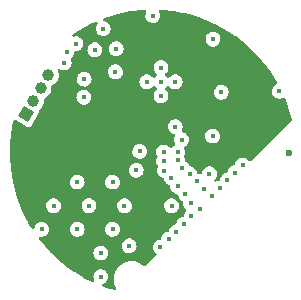
<source format=gbr>
%TF.GenerationSoftware,KiCad,Pcbnew,(6.0.4)*%
%TF.CreationDate,2022-11-09T14:01:57+01:00*%
%TF.ProjectId,cockTag,636f636b-5461-4672-9e6b-696361645f70,rev?*%
%TF.SameCoordinates,Original*%
%TF.FileFunction,Copper,L3,Inr*%
%TF.FilePolarity,Positive*%
%FSLAX46Y46*%
G04 Gerber Fmt 4.6, Leading zero omitted, Abs format (unit mm)*
G04 Created by KiCad (PCBNEW (6.0.4)) date 2022-11-09 14:01:57*
%MOMM*%
%LPD*%
G01*
G04 APERTURE LIST*
G04 Aperture macros list*
%AMHorizOval*
0 Thick line with rounded ends*
0 $1 width*
0 $2 $3 position (X,Y) of the first rounded end (center of the circle)*
0 $4 $5 position (X,Y) of the second rounded end (center of the circle)*
0 Add line between two ends*
20,1,$1,$2,$3,$4,$5,0*
0 Add two circle primitives to create the rounded ends*
1,1,$1,$2,$3*
1,1,$1,$4,$5*%
%AMRotRect*
0 Rectangle, with rotation*
0 The origin of the aperture is its center*
0 $1 length*
0 $2 width*
0 $3 Rotation angle, in degrees counterclockwise*
0 Add horizontal line*
21,1,$1,$2,0,0,$3*%
G04 Aperture macros list end*
%TA.AperFunction,ComponentPad*%
%ADD10RotRect,1.000000X1.000000X150.000000*%
%TD*%
%TA.AperFunction,ComponentPad*%
%ADD11HorizOval,1.000000X0.000000X0.000000X0.000000X0.000000X0*%
%TD*%
%TA.AperFunction,ViaPad*%
%ADD12C,0.450000*%
%TD*%
%TA.AperFunction,ViaPad*%
%ADD13C,0.600000*%
%TD*%
G04 APERTURE END LIST*
D10*
%TO.N,GND*%
%TO.C,J1*%
X139450000Y-96745449D03*
D11*
%TO.N,SWDCLK*%
X140085000Y-95645597D03*
%TO.N,SWDIO*%
X140720000Y-94545744D03*
%TO.N,BOOT*%
X141355000Y-93445892D03*
%TD*%
D12*
%TO.N,GND*%
X151800000Y-104500000D03*
X151175000Y-101525000D03*
X153331910Y-101793192D03*
X156000000Y-94900000D03*
X150850000Y-108000000D03*
X155000000Y-101800000D03*
X145800000Y-110500000D03*
X146800000Y-106500000D03*
X154575000Y-103050000D03*
X145299702Y-91300130D03*
X155275500Y-98600000D03*
X146000000Y-89500000D03*
X152650000Y-98900000D03*
X150200000Y-88400000D03*
X143700000Y-90800000D03*
X154186058Y-104738942D03*
X151124459Y-100725000D03*
X152200000Y-106700000D03*
X150900000Y-95200000D03*
X148200000Y-107900000D03*
X153400000Y-104300000D03*
X150900000Y-92800000D03*
X148800000Y-101500000D03*
X141800000Y-104500000D03*
X149100000Y-99900000D03*
X153475000Y-105400000D03*
X151124459Y-99950000D03*
X157800000Y-101050000D03*
X152825000Y-106050000D03*
X155226422Y-103673558D03*
X144385816Y-93782565D03*
X152100000Y-97800000D03*
X149700000Y-94000000D03*
X147100000Y-91200000D03*
X145800000Y-108500000D03*
X152325000Y-99950000D03*
X152100000Y-94000000D03*
X144800000Y-104500000D03*
X147800000Y-104500000D03*
X152325541Y-100650000D03*
X156525000Y-102350000D03*
X152300000Y-102850000D03*
X151775000Y-102125000D03*
X152675000Y-101325000D03*
X157150000Y-101700000D03*
X155875000Y-103000000D03*
X146800000Y-102500000D03*
X152943130Y-103481870D03*
X153969370Y-102430630D03*
X144370000Y-95330000D03*
X151550000Y-107350000D03*
X160900000Y-94800000D03*
X150900000Y-94000000D03*
X140800000Y-106500000D03*
X155300000Y-90400000D03*
X142700000Y-92400000D03*
X143800000Y-102500000D03*
X143800000Y-106500000D03*
%TO.N,VCC*%
X148400000Y-89800000D03*
D13*
X139600000Y-99200000D03*
X161700000Y-100000000D03*
D12*
X144600000Y-90300000D03*
X143262289Y-93620533D03*
X160182886Y-98461746D03*
X153350000Y-89750000D03*
%TO.N,GYRO_INT*%
X147038691Y-93152422D03*
X142900000Y-91500000D03*
%TD*%
%TA.AperFunction,Conductor*%
%TO.N,VCC*%
G36*
X150906895Y-87922531D02*
G01*
X150956228Y-87924254D01*
X150963233Y-87924694D01*
X151296182Y-87954995D01*
X151629121Y-87985295D01*
X151636107Y-87986128D01*
X152039023Y-88045625D01*
X152297586Y-88083807D01*
X152304494Y-88085025D01*
X152784746Y-88183606D01*
X152959472Y-88219472D01*
X152966322Y-88221078D01*
X153612793Y-88391884D01*
X153619543Y-88393871D01*
X154255441Y-88600486D01*
X154262070Y-88602846D01*
X154885472Y-88844648D01*
X154891958Y-88847375D01*
X155226083Y-88998940D01*
X155500874Y-89123590D01*
X155507173Y-89126662D01*
X156099744Y-89436451D01*
X156105870Y-89439874D01*
X156680210Y-89782250D01*
X156686150Y-89786020D01*
X157040185Y-90024819D01*
X157165480Y-90109331D01*
X157240481Y-90159920D01*
X157246199Y-90164014D01*
X157762044Y-90555561D01*
X157778787Y-90568270D01*
X157784268Y-90572676D01*
X158293473Y-91006044D01*
X158298684Y-91010736D01*
X158782914Y-91471862D01*
X158787854Y-91476837D01*
X159245581Y-91964267D01*
X159250236Y-91969510D01*
X159486293Y-92250831D01*
X159680040Y-92481730D01*
X159684410Y-92487244D01*
X160084938Y-93022641D01*
X160088994Y-93028391D01*
X160182879Y-93169699D01*
X160458541Y-93584603D01*
X160459007Y-93585305D01*
X160462731Y-93591264D01*
X160710472Y-94013528D01*
X160724386Y-94037243D01*
X160741605Y-94106119D01*
X160718853Y-94173372D01*
X160673499Y-94212969D01*
X160635222Y-94232725D01*
X160553560Y-94274874D01*
X160545835Y-94278861D01*
X160540113Y-94283853D01*
X160540111Y-94283854D01*
X160437474Y-94373390D01*
X160437471Y-94373393D01*
X160431749Y-94378385D01*
X160427382Y-94384599D01*
X160353610Y-94489566D01*
X160344696Y-94502249D01*
X160289702Y-94643302D01*
X160283250Y-94692306D01*
X160271100Y-94784599D01*
X160269941Y-94793402D01*
X160286554Y-94943883D01*
X160338582Y-95086057D01*
X160342819Y-95092363D01*
X160342821Y-95092366D01*
X160356943Y-95113381D01*
X160423022Y-95211716D01*
X160534998Y-95313607D01*
X160541675Y-95317232D01*
X160541676Y-95317233D01*
X160661370Y-95382222D01*
X160661372Y-95382223D01*
X160668047Y-95385847D01*
X160675396Y-95387775D01*
X160807136Y-95422336D01*
X160807138Y-95422336D01*
X160814486Y-95424264D01*
X160894562Y-95425522D01*
X160958266Y-95426523D01*
X160958269Y-95426523D01*
X160965863Y-95426642D01*
X161113437Y-95392843D01*
X161120223Y-95389430D01*
X161120226Y-95389429D01*
X161219091Y-95339706D01*
X161288935Y-95326968D01*
X161354579Y-95354012D01*
X161393492Y-95407528D01*
X161625230Y-96017583D01*
X161627544Y-96024227D01*
X161692957Y-96230435D01*
X161827956Y-96656002D01*
X161829725Y-96661580D01*
X161831664Y-96668344D01*
X161966079Y-97191857D01*
X161963647Y-97262812D01*
X161933005Y-97312414D01*
X158568488Y-100667281D01*
X158513919Y-100721693D01*
X158451558Y-100755629D01*
X158380750Y-100750462D01*
X158321112Y-100703837D01*
X158276942Y-100639569D01*
X158276938Y-100639564D01*
X158272640Y-100633311D01*
X158159603Y-100532599D01*
X158152897Y-100529048D01*
X158152895Y-100529047D01*
X158085383Y-100493302D01*
X158025805Y-100461757D01*
X157878972Y-100424874D01*
X157871374Y-100424834D01*
X157871372Y-100424834D01*
X157806775Y-100424496D01*
X157727579Y-100424082D01*
X157720200Y-100425854D01*
X157720196Y-100425854D01*
X157587746Y-100457652D01*
X157587742Y-100457653D01*
X157580367Y-100459424D01*
X157512335Y-100494538D01*
X157454742Y-100524264D01*
X157445835Y-100528861D01*
X157440113Y-100533853D01*
X157440111Y-100533854D01*
X157337474Y-100623390D01*
X157337471Y-100623393D01*
X157331749Y-100628385D01*
X157244696Y-100752249D01*
X157189702Y-100893302D01*
X157184074Y-100936057D01*
X157179972Y-100967212D01*
X157151250Y-101032140D01*
X157091985Y-101071232D01*
X157078348Y-101074086D01*
X157077579Y-101074082D01*
X157039137Y-101083311D01*
X156937746Y-101107652D01*
X156937742Y-101107653D01*
X156930367Y-101109424D01*
X156923622Y-101112905D01*
X156923623Y-101112905D01*
X156803560Y-101174874D01*
X156795835Y-101178861D01*
X156790113Y-101183853D01*
X156790111Y-101183854D01*
X156687474Y-101273390D01*
X156687471Y-101273393D01*
X156681749Y-101278385D01*
X156664758Y-101302561D01*
X156603610Y-101389566D01*
X156594696Y-101402249D01*
X156539702Y-101543302D01*
X156538711Y-101550831D01*
X156529272Y-101622526D01*
X156500550Y-101687453D01*
X156441284Y-101726545D01*
X156433764Y-101728599D01*
X156312746Y-101757652D01*
X156312742Y-101757653D01*
X156305367Y-101759424D01*
X156170835Y-101828861D01*
X156165113Y-101833853D01*
X156165111Y-101833854D01*
X156062474Y-101923390D01*
X156062471Y-101923393D01*
X156056749Y-101928385D01*
X156032365Y-101963080D01*
X155977537Y-102041093D01*
X155969696Y-102052249D01*
X155914702Y-102193302D01*
X155905746Y-102261334D01*
X155904972Y-102267212D01*
X155876250Y-102332140D01*
X155816985Y-102371232D01*
X155803348Y-102374086D01*
X155802579Y-102374082D01*
X155773901Y-102380967D01*
X155662746Y-102407652D01*
X155662742Y-102407653D01*
X155655367Y-102409424D01*
X155597636Y-102439221D01*
X155527930Y-102452690D01*
X155462007Y-102426335D01*
X155420797Y-102368523D01*
X155417384Y-102297608D01*
X155453977Y-102238018D01*
X155452892Y-102237020D01*
X155458005Y-102231460D01*
X155458012Y-102231448D01*
X155458029Y-102231433D01*
X155458031Y-102231431D01*
X155463810Y-102226495D01*
X155535648Y-102126523D01*
X155547724Y-102109718D01*
X155547725Y-102109717D01*
X155552156Y-102103550D01*
X155608624Y-101963080D01*
X155629956Y-101813196D01*
X155630094Y-101800000D01*
X155611906Y-101649701D01*
X155606649Y-101635790D01*
X155561076Y-101515182D01*
X155561075Y-101515179D01*
X155558392Y-101508080D01*
X155490523Y-101409331D01*
X155476939Y-101389566D01*
X155472640Y-101383311D01*
X155359603Y-101282599D01*
X155352897Y-101279048D01*
X155352895Y-101279047D01*
X155235146Y-101216703D01*
X155225805Y-101211757D01*
X155078972Y-101174874D01*
X155071374Y-101174834D01*
X155071372Y-101174834D01*
X155006775Y-101174496D01*
X154927579Y-101174082D01*
X154920200Y-101175854D01*
X154920196Y-101175854D01*
X154787746Y-101207652D01*
X154787742Y-101207653D01*
X154780367Y-101209424D01*
X154645835Y-101278861D01*
X154640113Y-101283853D01*
X154640111Y-101283854D01*
X154537474Y-101373390D01*
X154537471Y-101373393D01*
X154531749Y-101378385D01*
X154516237Y-101400456D01*
X154449779Y-101495017D01*
X154444696Y-101502249D01*
X154389702Y-101643302D01*
X154378473Y-101728599D01*
X154376135Y-101746357D01*
X154347413Y-101811284D01*
X154288148Y-101850376D01*
X154217156Y-101851221D01*
X154206058Y-101847542D01*
X154201888Y-101845941D01*
X154195175Y-101842387D01*
X154048342Y-101805504D01*
X154048936Y-101803140D01*
X153994699Y-101779483D01*
X153955300Y-101720422D01*
X153950485Y-101698000D01*
X153946259Y-101663080D01*
X153943816Y-101642893D01*
X153896350Y-101517277D01*
X153892986Y-101508374D01*
X153892985Y-101508371D01*
X153890302Y-101501272D01*
X153804550Y-101376503D01*
X153691513Y-101275791D01*
X153684807Y-101272240D01*
X153684805Y-101272239D01*
X153613212Y-101234333D01*
X153557715Y-101204949D01*
X153410882Y-101168066D01*
X153403284Y-101168026D01*
X153403282Y-101168026D01*
X153370745Y-101167856D01*
X153302730Y-101147498D01*
X153256518Y-101093600D01*
X153253538Y-101086396D01*
X153252859Y-101084599D01*
X153233392Y-101033080D01*
X153147640Y-100908311D01*
X153034603Y-100807599D01*
X153027894Y-100804047D01*
X153027890Y-100804044D01*
X153020192Y-100799968D01*
X152969348Y-100750416D01*
X152953365Y-100681242D01*
X152954407Y-100670855D01*
X152954916Y-100667281D01*
X152954916Y-100667275D01*
X152955497Y-100663196D01*
X152955635Y-100650000D01*
X152953772Y-100634599D01*
X152946660Y-100575831D01*
X152937447Y-100499701D01*
X152883933Y-100358080D01*
X152882405Y-100355857D01*
X152868977Y-100288270D01*
X152877565Y-100252533D01*
X152930792Y-100120125D01*
X152933624Y-100113080D01*
X152954956Y-99963196D01*
X152955094Y-99950000D01*
X152936906Y-99799701D01*
X152883392Y-99658080D01*
X152879093Y-99651826D01*
X152879090Y-99651819D01*
X152875685Y-99646865D01*
X152853584Y-99579396D01*
X152871469Y-99510689D01*
X152922910Y-99462932D01*
X152991905Y-99428231D01*
X152998689Y-99424819D01*
X153113810Y-99326495D01*
X153202156Y-99203550D01*
X153258624Y-99063080D01*
X153279956Y-98913196D01*
X153280094Y-98900000D01*
X153261906Y-98749701D01*
X153256814Y-98736226D01*
X153211076Y-98615182D01*
X153211075Y-98615179D01*
X153208392Y-98608080D01*
X153198304Y-98593402D01*
X154645441Y-98593402D01*
X154662054Y-98743883D01*
X154714082Y-98886057D01*
X154718319Y-98892363D01*
X154718321Y-98892366D01*
X154735061Y-98917277D01*
X154798522Y-99011716D01*
X154910498Y-99113607D01*
X154917175Y-99117232D01*
X154917176Y-99117233D01*
X155036870Y-99182222D01*
X155036872Y-99182223D01*
X155043547Y-99185847D01*
X155050896Y-99187775D01*
X155182636Y-99222336D01*
X155182638Y-99222336D01*
X155189986Y-99224264D01*
X155270062Y-99225522D01*
X155333766Y-99226523D01*
X155333769Y-99226523D01*
X155341363Y-99226642D01*
X155488937Y-99192843D01*
X155569163Y-99152494D01*
X155617406Y-99128231D01*
X155617409Y-99128229D01*
X155624189Y-99124819D01*
X155739310Y-99026495D01*
X155827656Y-98903550D01*
X155884124Y-98763080D01*
X155905456Y-98613196D01*
X155905594Y-98600000D01*
X155887406Y-98449701D01*
X155833892Y-98308080D01*
X155748140Y-98183311D01*
X155635103Y-98082599D01*
X155628397Y-98079048D01*
X155628395Y-98079047D01*
X155568204Y-98047178D01*
X155501305Y-98011757D01*
X155354472Y-97974874D01*
X155346874Y-97974834D01*
X155346872Y-97974834D01*
X155282275Y-97974496D01*
X155203079Y-97974082D01*
X155195700Y-97975854D01*
X155195696Y-97975854D01*
X155063246Y-98007652D01*
X155063242Y-98007653D01*
X155055867Y-98009424D01*
X154921335Y-98078861D01*
X154915613Y-98083853D01*
X154915611Y-98083854D01*
X154812974Y-98173390D01*
X154812971Y-98173393D01*
X154807249Y-98178385D01*
X154802882Y-98184599D01*
X154763458Y-98240694D01*
X154720196Y-98302249D01*
X154665202Y-98443302D01*
X154660583Y-98478385D01*
X154649648Y-98561449D01*
X154645441Y-98593402D01*
X153198304Y-98593402D01*
X153122640Y-98483311D01*
X153032823Y-98403287D01*
X153015270Y-98387648D01*
X153015269Y-98387648D01*
X153009603Y-98382599D01*
X153002897Y-98379048D01*
X153002895Y-98379047D01*
X152886147Y-98317233D01*
X152875805Y-98311757D01*
X152868446Y-98309908D01*
X152868442Y-98309907D01*
X152736202Y-98276690D01*
X152675006Y-98240694D01*
X152642986Y-98177329D01*
X152650307Y-98106711D01*
X152651146Y-98104956D01*
X152652156Y-98103550D01*
X152653948Y-98099093D01*
X152653951Y-98099086D01*
X152705792Y-97970125D01*
X152708624Y-97963080D01*
X152729956Y-97813196D01*
X152730094Y-97800000D01*
X152729228Y-97792839D01*
X152712818Y-97657241D01*
X152711906Y-97649701D01*
X152658392Y-97508080D01*
X152572640Y-97383311D01*
X152459603Y-97282599D01*
X152452897Y-97279048D01*
X152452895Y-97279047D01*
X152392704Y-97247178D01*
X152325805Y-97211757D01*
X152178972Y-97174874D01*
X152171374Y-97174834D01*
X152171372Y-97174834D01*
X152106775Y-97174496D01*
X152027579Y-97174082D01*
X152020200Y-97175854D01*
X152020196Y-97175854D01*
X151887746Y-97207652D01*
X151887742Y-97207653D01*
X151880367Y-97209424D01*
X151745835Y-97278861D01*
X151740113Y-97283853D01*
X151740111Y-97283854D01*
X151637474Y-97373390D01*
X151637471Y-97373393D01*
X151631749Y-97378385D01*
X151544696Y-97502249D01*
X151489702Y-97643302D01*
X151469941Y-97793402D01*
X151486554Y-97943883D01*
X151538582Y-98086057D01*
X151542819Y-98092363D01*
X151542821Y-98092366D01*
X151552461Y-98106711D01*
X151623022Y-98211716D01*
X151734998Y-98313607D01*
X151741675Y-98317232D01*
X151741676Y-98317233D01*
X151861370Y-98382222D01*
X151861372Y-98382223D01*
X151868047Y-98385847D01*
X151875396Y-98387775D01*
X152014486Y-98424264D01*
X152013643Y-98427476D01*
X152064820Y-98450514D01*
X152103526Y-98510032D01*
X152103910Y-98581027D01*
X152096085Y-98600273D01*
X152094696Y-98602249D01*
X152039702Y-98743302D01*
X152019941Y-98893402D01*
X152036554Y-99043883D01*
X152088582Y-99186057D01*
X152100527Y-99203833D01*
X152121919Y-99271526D01*
X152103316Y-99340043D01*
X152053735Y-99386073D01*
X151988220Y-99419888D01*
X151970835Y-99428861D01*
X151965113Y-99433853D01*
X151965111Y-99433854D01*
X151862474Y-99523390D01*
X151862471Y-99523393D01*
X151856749Y-99528385D01*
X151852382Y-99534599D01*
X151852379Y-99534602D01*
X151828005Y-99569283D01*
X151772471Y-99613515D01*
X151701839Y-99620701D01*
X151638534Y-99588560D01*
X151621078Y-99568200D01*
X151601400Y-99539569D01*
X151597099Y-99533311D01*
X151484062Y-99432599D01*
X151477356Y-99429048D01*
X151477354Y-99429047D01*
X151382568Y-99378861D01*
X151350264Y-99361757D01*
X151203431Y-99324874D01*
X151195833Y-99324834D01*
X151195831Y-99324834D01*
X151131234Y-99324496D01*
X151052038Y-99324082D01*
X151044659Y-99325854D01*
X151044655Y-99325854D01*
X150912205Y-99357652D01*
X150912201Y-99357653D01*
X150904826Y-99359424D01*
X150770294Y-99428861D01*
X150764572Y-99433853D01*
X150764570Y-99433854D01*
X150661933Y-99523390D01*
X150661930Y-99523393D01*
X150656208Y-99528385D01*
X150651841Y-99534599D01*
X150596378Y-99613515D01*
X150569155Y-99652249D01*
X150514161Y-99793302D01*
X150513170Y-99800831D01*
X150498377Y-99913196D01*
X150494400Y-99943402D01*
X150511013Y-100093883D01*
X150563041Y-100236057D01*
X150567280Y-100242366D01*
X150567281Y-100242367D01*
X150583408Y-100266367D01*
X150604801Y-100334064D01*
X150586197Y-100402580D01*
X150581915Y-100409092D01*
X150573526Y-100421029D01*
X150573524Y-100421032D01*
X150569155Y-100427249D01*
X150514161Y-100568302D01*
X150513170Y-100575831D01*
X150496318Y-100703837D01*
X150494400Y-100718402D01*
X150511013Y-100868883D01*
X150563041Y-101011057D01*
X150617294Y-101091794D01*
X150638686Y-101159487D01*
X150623807Y-101221400D01*
X150619696Y-101227249D01*
X150564702Y-101368302D01*
X150561903Y-101389566D01*
X150546018Y-101510222D01*
X150544941Y-101518402D01*
X150561554Y-101668883D01*
X150613582Y-101811057D01*
X150617819Y-101817363D01*
X150617821Y-101817366D01*
X150628901Y-101833854D01*
X150698022Y-101936716D01*
X150809998Y-102038607D01*
X150816675Y-102042232D01*
X150816676Y-102042233D01*
X150936370Y-102107222D01*
X150936372Y-102107223D01*
X150943047Y-102110847D01*
X150950396Y-102112775D01*
X151066340Y-102143192D01*
X151127156Y-102179826D01*
X151158511Y-102243523D01*
X151159606Y-102251239D01*
X151161554Y-102268883D01*
X151164163Y-102276014D01*
X151164164Y-102276016D01*
X151177933Y-102313640D01*
X151213582Y-102411057D01*
X151217819Y-102417363D01*
X151217821Y-102417366D01*
X151236436Y-102445067D01*
X151298022Y-102536716D01*
X151409998Y-102638607D01*
X151416675Y-102642232D01*
X151416676Y-102642233D01*
X151536370Y-102707222D01*
X151536372Y-102707223D01*
X151543047Y-102710847D01*
X151550395Y-102712775D01*
X151550396Y-102712775D01*
X151576839Y-102719712D01*
X151637654Y-102756345D01*
X151669010Y-102820043D01*
X151670534Y-102838895D01*
X151669941Y-102843402D01*
X151686554Y-102993883D01*
X151738582Y-103136057D01*
X151742819Y-103142363D01*
X151742821Y-103142366D01*
X151762975Y-103172358D01*
X151823022Y-103261716D01*
X151934998Y-103363607D01*
X151941675Y-103367232D01*
X151941676Y-103367233D01*
X152061370Y-103432222D01*
X152061372Y-103432223D01*
X152068047Y-103435847D01*
X152075396Y-103437775D01*
X152207135Y-103472336D01*
X152207139Y-103472337D01*
X152214486Y-103474264D01*
X152218432Y-103474326D01*
X152281786Y-103502748D01*
X152320569Y-103562216D01*
X152325151Y-103584694D01*
X152329684Y-103625753D01*
X152381712Y-103767927D01*
X152385949Y-103774233D01*
X152385951Y-103774236D01*
X152424542Y-103831664D01*
X152466152Y-103893586D01*
X152578128Y-103995477D01*
X152584805Y-103999102D01*
X152584806Y-103999103D01*
X152711177Y-104067717D01*
X152710503Y-104068957D01*
X152760004Y-104107583D01*
X152783478Y-104174586D01*
X152782566Y-104197503D01*
X152779402Y-104221541D01*
X152769941Y-104293402D01*
X152786554Y-104443883D01*
X152838582Y-104586057D01*
X152842819Y-104592363D01*
X152842821Y-104592366D01*
X152872367Y-104636334D01*
X152923022Y-104711716D01*
X152928640Y-104716828D01*
X153009027Y-104789975D01*
X153045949Y-104850615D01*
X153044226Y-104921591D01*
X153015250Y-104965673D01*
X153017555Y-104967748D01*
X153012475Y-104973390D01*
X153006749Y-104978385D01*
X153002382Y-104984599D01*
X152926307Y-105092843D01*
X152919696Y-105102249D01*
X152864702Y-105243302D01*
X152863711Y-105250831D01*
X152854972Y-105317212D01*
X152826250Y-105382140D01*
X152766985Y-105421232D01*
X152753348Y-105424086D01*
X152752579Y-105424082D01*
X152694007Y-105438144D01*
X152612746Y-105457652D01*
X152612742Y-105457653D01*
X152605367Y-105459424D01*
X152470835Y-105528861D01*
X152465113Y-105533853D01*
X152465111Y-105533854D01*
X152362474Y-105623390D01*
X152362471Y-105623393D01*
X152356749Y-105628385D01*
X152269696Y-105752249D01*
X152214702Y-105893302D01*
X152212121Y-105912905D01*
X152204272Y-105972526D01*
X152175550Y-106037453D01*
X152116284Y-106076545D01*
X152108764Y-106078599D01*
X151987746Y-106107652D01*
X151987742Y-106107653D01*
X151980367Y-106109424D01*
X151845835Y-106178861D01*
X151840113Y-106183853D01*
X151840111Y-106183854D01*
X151737474Y-106273390D01*
X151737471Y-106273393D01*
X151731749Y-106278385D01*
X151644696Y-106402249D01*
X151589702Y-106543302D01*
X151588711Y-106550831D01*
X151579972Y-106617212D01*
X151551250Y-106682140D01*
X151491985Y-106721232D01*
X151478348Y-106724086D01*
X151477579Y-106724082D01*
X151419007Y-106738144D01*
X151337746Y-106757652D01*
X151337742Y-106757653D01*
X151330367Y-106759424D01*
X151195835Y-106828861D01*
X151190113Y-106833853D01*
X151190111Y-106833854D01*
X151087474Y-106923390D01*
X151087471Y-106923393D01*
X151081749Y-106928385D01*
X151077382Y-106934599D01*
X151017440Y-107019888D01*
X150994696Y-107052249D01*
X150939702Y-107193302D01*
X150938711Y-107200831D01*
X150930306Y-107264672D01*
X150901584Y-107329599D01*
X150842318Y-107368691D01*
X150804725Y-107374224D01*
X150802831Y-107374214D01*
X150777579Y-107374082D01*
X150770200Y-107375854D01*
X150770196Y-107375854D01*
X150637746Y-107407652D01*
X150637742Y-107407653D01*
X150630367Y-107409424D01*
X150495835Y-107478861D01*
X150490113Y-107483853D01*
X150490111Y-107483854D01*
X150387474Y-107573390D01*
X150387471Y-107573393D01*
X150381749Y-107578385D01*
X150294696Y-107702249D01*
X150239702Y-107843302D01*
X150235302Y-107876725D01*
X150221831Y-107979047D01*
X150219941Y-107993402D01*
X150236554Y-108143883D01*
X150288582Y-108286057D01*
X150292819Y-108292363D01*
X150292821Y-108292366D01*
X150305824Y-108311716D01*
X150373022Y-108411716D01*
X150484998Y-108513607D01*
X150489796Y-108516212D01*
X150533173Y-108571261D01*
X150539990Y-108641929D01*
X150505211Y-108707426D01*
X149604587Y-109605466D01*
X149542226Y-109639402D01*
X149471418Y-109634235D01*
X149428571Y-109607338D01*
X149347532Y-109529896D01*
X149319212Y-109510577D01*
X149147979Y-109393770D01*
X149147980Y-109393770D01*
X149143700Y-109390851D01*
X148992165Y-109320511D01*
X148924591Y-109289144D01*
X148924587Y-109289143D01*
X148919896Y-109286965D01*
X148682129Y-109221026D01*
X148676992Y-109220477D01*
X148484043Y-109199856D01*
X148484035Y-109199856D01*
X148480708Y-109199500D01*
X148337446Y-109199500D01*
X148334873Y-109199712D01*
X148334862Y-109199712D01*
X148159240Y-109214151D01*
X148159234Y-109214152D01*
X148154089Y-109214575D01*
X147914783Y-109274684D01*
X147688507Y-109373072D01*
X147481339Y-109507095D01*
X147477514Y-109510575D01*
X147477512Y-109510577D01*
X147456281Y-109529896D01*
X147298842Y-109673154D01*
X147295643Y-109677205D01*
X147295639Y-109677209D01*
X147149119Y-109862736D01*
X147149116Y-109862741D01*
X147145918Y-109866790D01*
X147143425Y-109871306D01*
X147143423Y-109871309D01*
X147031869Y-110073390D01*
X147026673Y-110082802D01*
X147024949Y-110087671D01*
X147024947Y-110087675D01*
X146971522Y-110238542D01*
X146944309Y-110315390D01*
X146943402Y-110320483D01*
X146943401Y-110320486D01*
X146909809Y-110509073D01*
X146901039Y-110558306D01*
X146900976Y-110563469D01*
X146899013Y-110724187D01*
X146898025Y-110805028D01*
X146935347Y-111048930D01*
X147012003Y-111283460D01*
X147014393Y-111288051D01*
X147111648Y-111474876D01*
X147125361Y-111544535D01*
X147099236Y-111610550D01*
X147041568Y-111651962D01*
X146966001Y-111654415D01*
X146625456Y-111559334D01*
X146618756Y-111557259D01*
X146079187Y-111373574D01*
X145985773Y-111341773D01*
X145979189Y-111339324D01*
X145976541Y-111338255D01*
X145973890Y-111337183D01*
X145918219Y-111293125D01*
X145895206Y-111225962D01*
X145912157Y-111157018D01*
X145963690Y-111108184D01*
X145992951Y-111097535D01*
X146006034Y-111094539D01*
X146006038Y-111094538D01*
X146013437Y-111092843D01*
X146100749Y-111048930D01*
X146141906Y-111028231D01*
X146141909Y-111028229D01*
X146148689Y-111024819D01*
X146263810Y-110926495D01*
X146352156Y-110803550D01*
X146408624Y-110663080D01*
X146429956Y-110513196D01*
X146430094Y-110500000D01*
X146427692Y-110480146D01*
X146412818Y-110357241D01*
X146411906Y-110349701D01*
X146358392Y-110208080D01*
X146272640Y-110083311D01*
X146159603Y-109982599D01*
X146152897Y-109979048D01*
X146152895Y-109979047D01*
X146092704Y-109947178D01*
X146025805Y-109911757D01*
X145878972Y-109874874D01*
X145871374Y-109874834D01*
X145871372Y-109874834D01*
X145806775Y-109874496D01*
X145727579Y-109874082D01*
X145720200Y-109875854D01*
X145720196Y-109875854D01*
X145587746Y-109907652D01*
X145587742Y-109907653D01*
X145580367Y-109909424D01*
X145445835Y-109978861D01*
X145440113Y-109983853D01*
X145440111Y-109983854D01*
X145337474Y-110073390D01*
X145337471Y-110073393D01*
X145331749Y-110078385D01*
X145244696Y-110202249D01*
X145189702Y-110343302D01*
X145169941Y-110493402D01*
X145186554Y-110643883D01*
X145238451Y-110785698D01*
X145238451Y-110785700D01*
X145238582Y-110786057D01*
X145238522Y-110786079D01*
X145250988Y-110852450D01*
X145224289Y-110918235D01*
X145166263Y-110959143D01*
X145095331Y-110962185D01*
X145071969Y-110953887D01*
X144982351Y-110911716D01*
X144747801Y-110801345D01*
X144741522Y-110798174D01*
X144738434Y-110796504D01*
X144504701Y-110670125D01*
X144153343Y-110480146D01*
X144147250Y-110476628D01*
X143577757Y-110126274D01*
X143571869Y-110122421D01*
X143022808Y-109740814D01*
X143017145Y-109736638D01*
X142490267Y-109324996D01*
X142484845Y-109320511D01*
X141981758Y-108880091D01*
X141976595Y-108875311D01*
X141586602Y-108493402D01*
X145169941Y-108493402D01*
X145186554Y-108643883D01*
X145238582Y-108786057D01*
X145242819Y-108792363D01*
X145242821Y-108792366D01*
X145271036Y-108834354D01*
X145323022Y-108911716D01*
X145434998Y-109013607D01*
X145441675Y-109017232D01*
X145441676Y-109017233D01*
X145561370Y-109082222D01*
X145561372Y-109082223D01*
X145568047Y-109085847D01*
X145575396Y-109087775D01*
X145707136Y-109122336D01*
X145707138Y-109122336D01*
X145714486Y-109124264D01*
X145794562Y-109125522D01*
X145858266Y-109126523D01*
X145858269Y-109126523D01*
X145865863Y-109126642D01*
X146013437Y-109092843D01*
X146080731Y-109058998D01*
X146141906Y-109028231D01*
X146141909Y-109028229D01*
X146148689Y-109024819D01*
X146263810Y-108926495D01*
X146352156Y-108803550D01*
X146408624Y-108663080D01*
X146429956Y-108513196D01*
X146430094Y-108500000D01*
X146428382Y-108485847D01*
X146419639Y-108413607D01*
X146411906Y-108349701D01*
X146358392Y-108208080D01*
X146272640Y-108083311D01*
X146159603Y-107982599D01*
X146152897Y-107979048D01*
X146152895Y-107979047D01*
X146092704Y-107947178D01*
X146025805Y-107911757D01*
X145952733Y-107893402D01*
X147569941Y-107893402D01*
X147586554Y-108043883D01*
X147638582Y-108186057D01*
X147642819Y-108192363D01*
X147642821Y-108192366D01*
X147658153Y-108215182D01*
X147723022Y-108311716D01*
X147834998Y-108413607D01*
X147841675Y-108417232D01*
X147841676Y-108417233D01*
X147961370Y-108482222D01*
X147961372Y-108482223D01*
X147968047Y-108485847D01*
X147975396Y-108487775D01*
X148107136Y-108522336D01*
X148107138Y-108522336D01*
X148114486Y-108524264D01*
X148194562Y-108525522D01*
X148258266Y-108526523D01*
X148258269Y-108526523D01*
X148265863Y-108526642D01*
X148413437Y-108492843D01*
X148480731Y-108458998D01*
X148541906Y-108428231D01*
X148541909Y-108428229D01*
X148548689Y-108424819D01*
X148663810Y-108326495D01*
X148728225Y-108236853D01*
X148747724Y-108209718D01*
X148747725Y-108209717D01*
X148752156Y-108203550D01*
X148801328Y-108081230D01*
X148805792Y-108070125D01*
X148808624Y-108063080D01*
X148829956Y-107913196D01*
X148830094Y-107900000D01*
X148827278Y-107876725D01*
X148822377Y-107836226D01*
X148811906Y-107749701D01*
X148806814Y-107736226D01*
X148761076Y-107615182D01*
X148761075Y-107615179D01*
X148758392Y-107608080D01*
X148672640Y-107483311D01*
X148559603Y-107382599D01*
X148552897Y-107379048D01*
X148552895Y-107379047D01*
X148459503Y-107329599D01*
X148425805Y-107311757D01*
X148278972Y-107274874D01*
X148271374Y-107274834D01*
X148271372Y-107274834D01*
X148206775Y-107274496D01*
X148127579Y-107274082D01*
X148120200Y-107275854D01*
X148120196Y-107275854D01*
X147987746Y-107307652D01*
X147987742Y-107307653D01*
X147980367Y-107309424D01*
X147941279Y-107329599D01*
X147855017Y-107374122D01*
X147845835Y-107378861D01*
X147840113Y-107383853D01*
X147840111Y-107383854D01*
X147737474Y-107473390D01*
X147737471Y-107473393D01*
X147731749Y-107478385D01*
X147727382Y-107484599D01*
X147657101Y-107584599D01*
X147644696Y-107602249D01*
X147589702Y-107743302D01*
X147588711Y-107750831D01*
X147572137Y-107876725D01*
X147569941Y-107893402D01*
X145952733Y-107893402D01*
X145878972Y-107874874D01*
X145871374Y-107874834D01*
X145871372Y-107874834D01*
X145806775Y-107874496D01*
X145727579Y-107874082D01*
X145720200Y-107875854D01*
X145720196Y-107875854D01*
X145587746Y-107907652D01*
X145587742Y-107907653D01*
X145580367Y-107909424D01*
X145445835Y-107978861D01*
X145440113Y-107983853D01*
X145440111Y-107983854D01*
X145337474Y-108073390D01*
X145337471Y-108073393D01*
X145331749Y-108078385D01*
X145244696Y-108202249D01*
X145189702Y-108343302D01*
X145188711Y-108350831D01*
X145170936Y-108485847D01*
X145169941Y-108493402D01*
X141586602Y-108493402D01*
X141498850Y-108407469D01*
X141493963Y-108402407D01*
X141043118Y-107908669D01*
X141038520Y-107903343D01*
X140615913Y-107385175D01*
X140611620Y-107379601D01*
X140565610Y-107316273D01*
X140541753Y-107249408D01*
X140557833Y-107180256D01*
X140608746Y-107130776D01*
X140678329Y-107116676D01*
X140699519Y-107120338D01*
X140707063Y-107122317D01*
X140714486Y-107124264D01*
X140794562Y-107125522D01*
X140858266Y-107126523D01*
X140858269Y-107126523D01*
X140865863Y-107126642D01*
X141013437Y-107092843D01*
X141094150Y-107052249D01*
X141141906Y-107028231D01*
X141141909Y-107028229D01*
X141148689Y-107024819D01*
X141263810Y-106926495D01*
X141352156Y-106803550D01*
X141408624Y-106663080D01*
X141429956Y-106513196D01*
X141430094Y-106500000D01*
X141429296Y-106493402D01*
X143169941Y-106493402D01*
X143186554Y-106643883D01*
X143238582Y-106786057D01*
X143242819Y-106792363D01*
X143242821Y-106792366D01*
X143272020Y-106835818D01*
X143323022Y-106911716D01*
X143434998Y-107013607D01*
X143441675Y-107017232D01*
X143441676Y-107017233D01*
X143561370Y-107082222D01*
X143561372Y-107082223D01*
X143568047Y-107085847D01*
X143575396Y-107087775D01*
X143707136Y-107122336D01*
X143707138Y-107122336D01*
X143714486Y-107124264D01*
X143794562Y-107125522D01*
X143858266Y-107126523D01*
X143858269Y-107126523D01*
X143865863Y-107126642D01*
X144013437Y-107092843D01*
X144094150Y-107052249D01*
X144141906Y-107028231D01*
X144141909Y-107028229D01*
X144148689Y-107024819D01*
X144263810Y-106926495D01*
X144352156Y-106803550D01*
X144408624Y-106663080D01*
X144429956Y-106513196D01*
X144430094Y-106500000D01*
X144429296Y-106493402D01*
X146169941Y-106493402D01*
X146186554Y-106643883D01*
X146238582Y-106786057D01*
X146242819Y-106792363D01*
X146242821Y-106792366D01*
X146272020Y-106835818D01*
X146323022Y-106911716D01*
X146434998Y-107013607D01*
X146441675Y-107017232D01*
X146441676Y-107017233D01*
X146561370Y-107082222D01*
X146561372Y-107082223D01*
X146568047Y-107085847D01*
X146575396Y-107087775D01*
X146707136Y-107122336D01*
X146707138Y-107122336D01*
X146714486Y-107124264D01*
X146794562Y-107125522D01*
X146858266Y-107126523D01*
X146858269Y-107126523D01*
X146865863Y-107126642D01*
X147013437Y-107092843D01*
X147094150Y-107052249D01*
X147141906Y-107028231D01*
X147141909Y-107028229D01*
X147148689Y-107024819D01*
X147263810Y-106926495D01*
X147352156Y-106803550D01*
X147408624Y-106663080D01*
X147429956Y-106513196D01*
X147430094Y-106500000D01*
X147427930Y-106482113D01*
X147418265Y-106402249D01*
X147411906Y-106349701D01*
X147358392Y-106208080D01*
X147272640Y-106083311D01*
X147159603Y-105982599D01*
X147152897Y-105979048D01*
X147152895Y-105979047D01*
X147092704Y-105947178D01*
X147025805Y-105911757D01*
X146878972Y-105874874D01*
X146871374Y-105874834D01*
X146871372Y-105874834D01*
X146806775Y-105874496D01*
X146727579Y-105874082D01*
X146720200Y-105875854D01*
X146720196Y-105875854D01*
X146587746Y-105907652D01*
X146587742Y-105907653D01*
X146580367Y-105909424D01*
X146445835Y-105978861D01*
X146440113Y-105983853D01*
X146440111Y-105983854D01*
X146337474Y-106073390D01*
X146337471Y-106073393D01*
X146331749Y-106078385D01*
X146244696Y-106202249D01*
X146189702Y-106343302D01*
X146188711Y-106350830D01*
X146188711Y-106350831D01*
X146176387Y-106444443D01*
X146169941Y-106493402D01*
X144429296Y-106493402D01*
X144427930Y-106482113D01*
X144418265Y-106402249D01*
X144411906Y-106349701D01*
X144358392Y-106208080D01*
X144272640Y-106083311D01*
X144159603Y-105982599D01*
X144152897Y-105979048D01*
X144152895Y-105979047D01*
X144092704Y-105947178D01*
X144025805Y-105911757D01*
X143878972Y-105874874D01*
X143871374Y-105874834D01*
X143871372Y-105874834D01*
X143806775Y-105874496D01*
X143727579Y-105874082D01*
X143720200Y-105875854D01*
X143720196Y-105875854D01*
X143587746Y-105907652D01*
X143587742Y-105907653D01*
X143580367Y-105909424D01*
X143445835Y-105978861D01*
X143440113Y-105983853D01*
X143440111Y-105983854D01*
X143337474Y-106073390D01*
X143337471Y-106073393D01*
X143331749Y-106078385D01*
X143244696Y-106202249D01*
X143189702Y-106343302D01*
X143188711Y-106350830D01*
X143188711Y-106350831D01*
X143176387Y-106444443D01*
X143169941Y-106493402D01*
X141429296Y-106493402D01*
X141427930Y-106482113D01*
X141418265Y-106402249D01*
X141411906Y-106349701D01*
X141358392Y-106208080D01*
X141272640Y-106083311D01*
X141159603Y-105982599D01*
X141152897Y-105979048D01*
X141152895Y-105979047D01*
X141092704Y-105947178D01*
X141025805Y-105911757D01*
X140878972Y-105874874D01*
X140871374Y-105874834D01*
X140871372Y-105874834D01*
X140806775Y-105874496D01*
X140727579Y-105874082D01*
X140720200Y-105875854D01*
X140720196Y-105875854D01*
X140587746Y-105907652D01*
X140587742Y-105907653D01*
X140580367Y-105909424D01*
X140445835Y-105978861D01*
X140440113Y-105983853D01*
X140440111Y-105983854D01*
X140337474Y-106073390D01*
X140337471Y-106073393D01*
X140331749Y-106078385D01*
X140244696Y-106202249D01*
X140189702Y-106343302D01*
X140188711Y-106350830D01*
X140185233Y-106377249D01*
X140156511Y-106442176D01*
X140097246Y-106481268D01*
X140026255Y-106482113D01*
X139966076Y-106444443D01*
X139954400Y-106429058D01*
X139852430Y-106270831D01*
X139848785Y-106264813D01*
X139557608Y-105752249D01*
X139518514Y-105683430D01*
X139515214Y-105677225D01*
X139494055Y-105634599D01*
X139217907Y-105078304D01*
X139214958Y-105071922D01*
X139149984Y-104920325D01*
X138967004Y-104493402D01*
X141169941Y-104493402D01*
X141186554Y-104643883D01*
X141238582Y-104786057D01*
X141242819Y-104792363D01*
X141242821Y-104792366D01*
X141257095Y-104813607D01*
X141323022Y-104911716D01*
X141434998Y-105013607D01*
X141441675Y-105017232D01*
X141441676Y-105017233D01*
X141561370Y-105082222D01*
X141561372Y-105082223D01*
X141568047Y-105085847D01*
X141575396Y-105087775D01*
X141707136Y-105122336D01*
X141707138Y-105122336D01*
X141714486Y-105124264D01*
X141794562Y-105125522D01*
X141858266Y-105126523D01*
X141858269Y-105126523D01*
X141865863Y-105126642D01*
X142013437Y-105092843D01*
X142080731Y-105058998D01*
X142141906Y-105028231D01*
X142141909Y-105028229D01*
X142148689Y-105024819D01*
X142263810Y-104926495D01*
X142352156Y-104803550D01*
X142408624Y-104663080D01*
X142429956Y-104513196D01*
X142430094Y-104500000D01*
X142429296Y-104493402D01*
X144169941Y-104493402D01*
X144186554Y-104643883D01*
X144238582Y-104786057D01*
X144242819Y-104792363D01*
X144242821Y-104792366D01*
X144257095Y-104813607D01*
X144323022Y-104911716D01*
X144434998Y-105013607D01*
X144441675Y-105017232D01*
X144441676Y-105017233D01*
X144561370Y-105082222D01*
X144561372Y-105082223D01*
X144568047Y-105085847D01*
X144575396Y-105087775D01*
X144707136Y-105122336D01*
X144707138Y-105122336D01*
X144714486Y-105124264D01*
X144794562Y-105125522D01*
X144858266Y-105126523D01*
X144858269Y-105126523D01*
X144865863Y-105126642D01*
X145013437Y-105092843D01*
X145080731Y-105058998D01*
X145141906Y-105028231D01*
X145141909Y-105028229D01*
X145148689Y-105024819D01*
X145263810Y-104926495D01*
X145352156Y-104803550D01*
X145408624Y-104663080D01*
X145429956Y-104513196D01*
X145430094Y-104500000D01*
X145429296Y-104493402D01*
X147169941Y-104493402D01*
X147186554Y-104643883D01*
X147238582Y-104786057D01*
X147242819Y-104792363D01*
X147242821Y-104792366D01*
X147257095Y-104813607D01*
X147323022Y-104911716D01*
X147434998Y-105013607D01*
X147441675Y-105017232D01*
X147441676Y-105017233D01*
X147561370Y-105082222D01*
X147561372Y-105082223D01*
X147568047Y-105085847D01*
X147575396Y-105087775D01*
X147707136Y-105122336D01*
X147707138Y-105122336D01*
X147714486Y-105124264D01*
X147794562Y-105125522D01*
X147858266Y-105126523D01*
X147858269Y-105126523D01*
X147865863Y-105126642D01*
X148013437Y-105092843D01*
X148080731Y-105058998D01*
X148141906Y-105028231D01*
X148141909Y-105028229D01*
X148148689Y-105024819D01*
X148263810Y-104926495D01*
X148352156Y-104803550D01*
X148408624Y-104663080D01*
X148429956Y-104513196D01*
X148430094Y-104500000D01*
X148429296Y-104493402D01*
X151169941Y-104493402D01*
X151186554Y-104643883D01*
X151238582Y-104786057D01*
X151242819Y-104792363D01*
X151242821Y-104792366D01*
X151257095Y-104813607D01*
X151323022Y-104911716D01*
X151434998Y-105013607D01*
X151441675Y-105017232D01*
X151441676Y-105017233D01*
X151561370Y-105082222D01*
X151561372Y-105082223D01*
X151568047Y-105085847D01*
X151575396Y-105087775D01*
X151707136Y-105122336D01*
X151707138Y-105122336D01*
X151714486Y-105124264D01*
X151794562Y-105125522D01*
X151858266Y-105126523D01*
X151858269Y-105126523D01*
X151865863Y-105126642D01*
X152013437Y-105092843D01*
X152080731Y-105058998D01*
X152141906Y-105028231D01*
X152141909Y-105028229D01*
X152148689Y-105024819D01*
X152263810Y-104926495D01*
X152352156Y-104803550D01*
X152408624Y-104663080D01*
X152429956Y-104513196D01*
X152430094Y-104500000D01*
X152411906Y-104349701D01*
X152393485Y-104300952D01*
X152361076Y-104215182D01*
X152361075Y-104215179D01*
X152358392Y-104208080D01*
X152272640Y-104083311D01*
X152159603Y-103982599D01*
X152152897Y-103979048D01*
X152152895Y-103979047D01*
X152092704Y-103947178D01*
X152025805Y-103911757D01*
X151878972Y-103874874D01*
X151871374Y-103874834D01*
X151871372Y-103874834D01*
X151806775Y-103874496D01*
X151727579Y-103874082D01*
X151720200Y-103875854D01*
X151720196Y-103875854D01*
X151587746Y-103907652D01*
X151587742Y-103907653D01*
X151580367Y-103909424D01*
X151573622Y-103912905D01*
X151573623Y-103912905D01*
X151483124Y-103959615D01*
X151445835Y-103978861D01*
X151440113Y-103983853D01*
X151440111Y-103983854D01*
X151337474Y-104073390D01*
X151337471Y-104073393D01*
X151331749Y-104078385D01*
X151311228Y-104107583D01*
X151278430Y-104154251D01*
X151244696Y-104202249D01*
X151189702Y-104343302D01*
X151188711Y-104350831D01*
X151175549Y-104450807D01*
X151169941Y-104493402D01*
X148429296Y-104493402D01*
X148411906Y-104349701D01*
X148393485Y-104300952D01*
X148361076Y-104215182D01*
X148361075Y-104215179D01*
X148358392Y-104208080D01*
X148272640Y-104083311D01*
X148159603Y-103982599D01*
X148152897Y-103979048D01*
X148152895Y-103979047D01*
X148092704Y-103947178D01*
X148025805Y-103911757D01*
X147878972Y-103874874D01*
X147871374Y-103874834D01*
X147871372Y-103874834D01*
X147806775Y-103874496D01*
X147727579Y-103874082D01*
X147720200Y-103875854D01*
X147720196Y-103875854D01*
X147587746Y-103907652D01*
X147587742Y-103907653D01*
X147580367Y-103909424D01*
X147573622Y-103912905D01*
X147573623Y-103912905D01*
X147483124Y-103959615D01*
X147445835Y-103978861D01*
X147440113Y-103983853D01*
X147440111Y-103983854D01*
X147337474Y-104073390D01*
X147337471Y-104073393D01*
X147331749Y-104078385D01*
X147311228Y-104107583D01*
X147278430Y-104154251D01*
X147244696Y-104202249D01*
X147189702Y-104343302D01*
X147188711Y-104350831D01*
X147175549Y-104450807D01*
X147169941Y-104493402D01*
X145429296Y-104493402D01*
X145411906Y-104349701D01*
X145393485Y-104300952D01*
X145361076Y-104215182D01*
X145361075Y-104215179D01*
X145358392Y-104208080D01*
X145272640Y-104083311D01*
X145159603Y-103982599D01*
X145152897Y-103979048D01*
X145152895Y-103979047D01*
X145092704Y-103947178D01*
X145025805Y-103911757D01*
X144878972Y-103874874D01*
X144871374Y-103874834D01*
X144871372Y-103874834D01*
X144806775Y-103874496D01*
X144727579Y-103874082D01*
X144720200Y-103875854D01*
X144720196Y-103875854D01*
X144587746Y-103907652D01*
X144587742Y-103907653D01*
X144580367Y-103909424D01*
X144573622Y-103912905D01*
X144573623Y-103912905D01*
X144483124Y-103959615D01*
X144445835Y-103978861D01*
X144440113Y-103983853D01*
X144440111Y-103983854D01*
X144337474Y-104073390D01*
X144337471Y-104073393D01*
X144331749Y-104078385D01*
X144311228Y-104107583D01*
X144278430Y-104154251D01*
X144244696Y-104202249D01*
X144189702Y-104343302D01*
X144188711Y-104350831D01*
X144175549Y-104450807D01*
X144169941Y-104493402D01*
X142429296Y-104493402D01*
X142411906Y-104349701D01*
X142393485Y-104300952D01*
X142361076Y-104215182D01*
X142361075Y-104215179D01*
X142358392Y-104208080D01*
X142272640Y-104083311D01*
X142159603Y-103982599D01*
X142152897Y-103979048D01*
X142152895Y-103979047D01*
X142092704Y-103947178D01*
X142025805Y-103911757D01*
X141878972Y-103874874D01*
X141871374Y-103874834D01*
X141871372Y-103874834D01*
X141806775Y-103874496D01*
X141727579Y-103874082D01*
X141720200Y-103875854D01*
X141720196Y-103875854D01*
X141587746Y-103907652D01*
X141587742Y-103907653D01*
X141580367Y-103909424D01*
X141573622Y-103912905D01*
X141573623Y-103912905D01*
X141483124Y-103959615D01*
X141445835Y-103978861D01*
X141440113Y-103983853D01*
X141440111Y-103983854D01*
X141337474Y-104073390D01*
X141337471Y-104073393D01*
X141331749Y-104078385D01*
X141311228Y-104107583D01*
X141278430Y-104154251D01*
X141244696Y-104202249D01*
X141189702Y-104343302D01*
X141188711Y-104350831D01*
X141175549Y-104450807D01*
X141169941Y-104493402D01*
X138967004Y-104493402D01*
X138951551Y-104457347D01*
X138948962Y-104450807D01*
X138720280Y-103822506D01*
X138718059Y-103815830D01*
X138524801Y-103175730D01*
X138522956Y-103168940D01*
X138365731Y-102519049D01*
X138364268Y-102512166D01*
X138360824Y-102493402D01*
X143169941Y-102493402D01*
X143186554Y-102643883D01*
X143238582Y-102786057D01*
X143242819Y-102792363D01*
X143242821Y-102792366D01*
X143281412Y-102849794D01*
X143323022Y-102911716D01*
X143434998Y-103013607D01*
X143441675Y-103017232D01*
X143441676Y-103017233D01*
X143561370Y-103082222D01*
X143561372Y-103082223D01*
X143568047Y-103085847D01*
X143575396Y-103087775D01*
X143707136Y-103122336D01*
X143707138Y-103122336D01*
X143714486Y-103124264D01*
X143794562Y-103125522D01*
X143858266Y-103126523D01*
X143858269Y-103126523D01*
X143865863Y-103126642D01*
X144013437Y-103092843D01*
X144080731Y-103058998D01*
X144141906Y-103028231D01*
X144141909Y-103028229D01*
X144148689Y-103024819D01*
X144263810Y-102926495D01*
X144328225Y-102836853D01*
X144347724Y-102809718D01*
X144347725Y-102809717D01*
X144352156Y-102803550D01*
X144408624Y-102663080D01*
X144429956Y-102513196D01*
X144430094Y-102500000D01*
X144429579Y-102495738D01*
X144429296Y-102493402D01*
X146169941Y-102493402D01*
X146186554Y-102643883D01*
X146238582Y-102786057D01*
X146242819Y-102792363D01*
X146242821Y-102792366D01*
X146281412Y-102849794D01*
X146323022Y-102911716D01*
X146434998Y-103013607D01*
X146441675Y-103017232D01*
X146441676Y-103017233D01*
X146561370Y-103082222D01*
X146561372Y-103082223D01*
X146568047Y-103085847D01*
X146575396Y-103087775D01*
X146707136Y-103122336D01*
X146707138Y-103122336D01*
X146714486Y-103124264D01*
X146794562Y-103125522D01*
X146858266Y-103126523D01*
X146858269Y-103126523D01*
X146865863Y-103126642D01*
X147013437Y-103092843D01*
X147080731Y-103058998D01*
X147141906Y-103028231D01*
X147141909Y-103028229D01*
X147148689Y-103024819D01*
X147263810Y-102926495D01*
X147328225Y-102836853D01*
X147347724Y-102809718D01*
X147347725Y-102809717D01*
X147352156Y-102803550D01*
X147408624Y-102663080D01*
X147429956Y-102513196D01*
X147430094Y-102500000D01*
X147429579Y-102495738D01*
X147420145Y-102417784D01*
X147411906Y-102349701D01*
X147395695Y-102306799D01*
X147361076Y-102215182D01*
X147361075Y-102215179D01*
X147358392Y-102208080D01*
X147272640Y-102083311D01*
X147201455Y-102019888D01*
X147165270Y-101987648D01*
X147165269Y-101987648D01*
X147159603Y-101982599D01*
X147152897Y-101979048D01*
X147152895Y-101979047D01*
X147086481Y-101943883D01*
X147025805Y-101911757D01*
X146878972Y-101874874D01*
X146871374Y-101874834D01*
X146871372Y-101874834D01*
X146806775Y-101874496D01*
X146727579Y-101874082D01*
X146720200Y-101875854D01*
X146720196Y-101875854D01*
X146587746Y-101907652D01*
X146587742Y-101907653D01*
X146580367Y-101909424D01*
X146543631Y-101928385D01*
X146454244Y-101974521D01*
X146445835Y-101978861D01*
X146440113Y-101983853D01*
X146440111Y-101983854D01*
X146337474Y-102073390D01*
X146337471Y-102073393D01*
X146331749Y-102078385D01*
X146244696Y-102202249D01*
X146189702Y-102343302D01*
X146186382Y-102368523D01*
X146178114Y-102431325D01*
X146169941Y-102493402D01*
X144429296Y-102493402D01*
X144420145Y-102417784D01*
X144411906Y-102349701D01*
X144395695Y-102306799D01*
X144361076Y-102215182D01*
X144361075Y-102215179D01*
X144358392Y-102208080D01*
X144272640Y-102083311D01*
X144201455Y-102019888D01*
X144165270Y-101987648D01*
X144165269Y-101987648D01*
X144159603Y-101982599D01*
X144152897Y-101979048D01*
X144152895Y-101979047D01*
X144086481Y-101943883D01*
X144025805Y-101911757D01*
X143878972Y-101874874D01*
X143871374Y-101874834D01*
X143871372Y-101874834D01*
X143806775Y-101874496D01*
X143727579Y-101874082D01*
X143720200Y-101875854D01*
X143720196Y-101875854D01*
X143587746Y-101907652D01*
X143587742Y-101907653D01*
X143580367Y-101909424D01*
X143543631Y-101928385D01*
X143454244Y-101974521D01*
X143445835Y-101978861D01*
X143440113Y-101983853D01*
X143440111Y-101983854D01*
X143337474Y-102073390D01*
X143337471Y-102073393D01*
X143331749Y-102078385D01*
X143244696Y-102202249D01*
X143189702Y-102343302D01*
X143186382Y-102368523D01*
X143178114Y-102431325D01*
X143169941Y-102493402D01*
X138360824Y-102493402D01*
X138253319Y-101907652D01*
X138243564Y-101854503D01*
X138242489Y-101847554D01*
X138242488Y-101847542D01*
X138197749Y-101493402D01*
X148169941Y-101493402D01*
X148186554Y-101643883D01*
X148238582Y-101786057D01*
X148242819Y-101792363D01*
X148242821Y-101792366D01*
X148275191Y-101840537D01*
X148323022Y-101911716D01*
X148434998Y-102013607D01*
X148441675Y-102017232D01*
X148441676Y-102017233D01*
X148561370Y-102082222D01*
X148561372Y-102082223D01*
X148568047Y-102085847D01*
X148575396Y-102087775D01*
X148707136Y-102122336D01*
X148707138Y-102122336D01*
X148714486Y-102124264D01*
X148794562Y-102125522D01*
X148858266Y-102126523D01*
X148858269Y-102126523D01*
X148865863Y-102126642D01*
X149013437Y-102092843D01*
X149094150Y-102052249D01*
X149141906Y-102028231D01*
X149141909Y-102028229D01*
X149148689Y-102024819D01*
X149263810Y-101926495D01*
X149345225Y-101813196D01*
X149347724Y-101809718D01*
X149347725Y-101809717D01*
X149352156Y-101803550D01*
X149408624Y-101663080D01*
X149429956Y-101513196D01*
X149430094Y-101500000D01*
X149426329Y-101468883D01*
X149418048Y-101400456D01*
X149411906Y-101349701D01*
X149367362Y-101231818D01*
X149361076Y-101215182D01*
X149361075Y-101215179D01*
X149358392Y-101208080D01*
X149289369Y-101107652D01*
X149276939Y-101089566D01*
X149272640Y-101083311D01*
X149159603Y-100982599D01*
X149152897Y-100979048D01*
X149152895Y-100979047D01*
X149071700Y-100936057D01*
X149025805Y-100911757D01*
X148878972Y-100874874D01*
X148871374Y-100874834D01*
X148871372Y-100874834D01*
X148806775Y-100874496D01*
X148727579Y-100874082D01*
X148720200Y-100875854D01*
X148720196Y-100875854D01*
X148587746Y-100907652D01*
X148587742Y-100907653D01*
X148580367Y-100909424D01*
X148498839Y-100951504D01*
X148468405Y-100967212D01*
X148445835Y-100978861D01*
X148440113Y-100983853D01*
X148440111Y-100983854D01*
X148337474Y-101073390D01*
X148337471Y-101073393D01*
X148331749Y-101078385D01*
X148307488Y-101112905D01*
X148257380Y-101184202D01*
X148244696Y-101202249D01*
X148189702Y-101343302D01*
X148184508Y-101382758D01*
X148181163Y-101408166D01*
X148169941Y-101493402D01*
X138197749Y-101493402D01*
X138183841Y-101383311D01*
X138158688Y-101184202D01*
X138158001Y-101177199D01*
X138111359Y-100510191D01*
X138111064Y-100503161D01*
X138102550Y-99893402D01*
X148469941Y-99893402D01*
X148486554Y-100043883D01*
X148538582Y-100186057D01*
X148542819Y-100192363D01*
X148542821Y-100192366D01*
X148567386Y-100228922D01*
X148623022Y-100311716D01*
X148734998Y-100413607D01*
X148741675Y-100417232D01*
X148741676Y-100417233D01*
X148861370Y-100482222D01*
X148861372Y-100482223D01*
X148868047Y-100485847D01*
X148875396Y-100487775D01*
X149007136Y-100522336D01*
X149007138Y-100522336D01*
X149014486Y-100524264D01*
X149094562Y-100525522D01*
X149158266Y-100526523D01*
X149158269Y-100526523D01*
X149165863Y-100526642D01*
X149313437Y-100492843D01*
X149383407Y-100457652D01*
X149441906Y-100428231D01*
X149441909Y-100428229D01*
X149448689Y-100424819D01*
X149563810Y-100326495D01*
X149652156Y-100203550D01*
X149708624Y-100063080D01*
X149729956Y-99913196D01*
X149730094Y-99900000D01*
X149711906Y-99749701D01*
X149677758Y-99659331D01*
X149661076Y-99615182D01*
X149661075Y-99615179D01*
X149658392Y-99608080D01*
X149572640Y-99483311D01*
X149459603Y-99382599D01*
X149452897Y-99379048D01*
X149452895Y-99379047D01*
X149362959Y-99331429D01*
X149325805Y-99311757D01*
X149178972Y-99274874D01*
X149171374Y-99274834D01*
X149171372Y-99274834D01*
X149106775Y-99274496D01*
X149027579Y-99274082D01*
X149020200Y-99275854D01*
X149020196Y-99275854D01*
X148887746Y-99307652D01*
X148887742Y-99307653D01*
X148880367Y-99309424D01*
X148846847Y-99326725D01*
X148772092Y-99365309D01*
X148745835Y-99378861D01*
X148740113Y-99383853D01*
X148740111Y-99383854D01*
X148637474Y-99473390D01*
X148637471Y-99473393D01*
X148631749Y-99478385D01*
X148607347Y-99513106D01*
X148554317Y-99588560D01*
X148544696Y-99602249D01*
X148489702Y-99743302D01*
X148488711Y-99750831D01*
X148478613Y-99827535D01*
X148469941Y-99893402D01*
X138102550Y-99893402D01*
X138101728Y-99834570D01*
X138101827Y-99827535D01*
X138129826Y-99159513D01*
X138130316Y-99152494D01*
X138195565Y-98487032D01*
X138196447Y-98480051D01*
X138298738Y-97819291D01*
X138300008Y-97812370D01*
X138394785Y-97366479D01*
X138428513Y-97304006D01*
X138490663Y-97269684D01*
X138561502Y-97274412D01*
X138581027Y-97283555D01*
X139460059Y-97791063D01*
X139483340Y-97800000D01*
X139539447Y-97821539D01*
X139539449Y-97821539D01*
X139548706Y-97825093D01*
X139558609Y-97825612D01*
X139665494Y-97831213D01*
X139675398Y-97831732D01*
X139684974Y-97829166D01*
X139684976Y-97829166D01*
X139788362Y-97801464D01*
X139788364Y-97801463D01*
X139797941Y-97798897D01*
X139904340Y-97729801D01*
X139964096Y-97656008D01*
X139967738Y-97649701D01*
X140493137Y-96739680D01*
X140495614Y-96735390D01*
X140522664Y-96664926D01*
X140526090Y-96656002D01*
X140526090Y-96656000D01*
X140529644Y-96646743D01*
X140536283Y-96520051D01*
X140533726Y-96510509D01*
X140546497Y-96440690D01*
X140584972Y-96395425D01*
X140685532Y-96322364D01*
X140690871Y-96318485D01*
X140817533Y-96177813D01*
X140912179Y-96013881D01*
X140970674Y-95833853D01*
X140971445Y-95826523D01*
X140989770Y-95652162D01*
X140990460Y-95645597D01*
X140976479Y-95512574D01*
X140989251Y-95442736D01*
X141037753Y-95390889D01*
X141050524Y-95384305D01*
X141172730Y-95329895D01*
X141181667Y-95323402D01*
X143739941Y-95323402D01*
X143756554Y-95473883D01*
X143808582Y-95616057D01*
X143812819Y-95622363D01*
X143812821Y-95622366D01*
X143845192Y-95670538D01*
X143893022Y-95741716D01*
X144004998Y-95843607D01*
X144011675Y-95847232D01*
X144011676Y-95847233D01*
X144131370Y-95912222D01*
X144131372Y-95912223D01*
X144138047Y-95915847D01*
X144145396Y-95917775D01*
X144277136Y-95952336D01*
X144277138Y-95952336D01*
X144284486Y-95954264D01*
X144364562Y-95955522D01*
X144428266Y-95956523D01*
X144428269Y-95956523D01*
X144435863Y-95956642D01*
X144583437Y-95922843D01*
X144661259Y-95883703D01*
X144711906Y-95858231D01*
X144711909Y-95858229D01*
X144718689Y-95854819D01*
X144833810Y-95756495D01*
X144922156Y-95633550D01*
X144978624Y-95493080D01*
X144999956Y-95343196D01*
X145000094Y-95330000D01*
X144997882Y-95311716D01*
X144987783Y-95228270D01*
X144981906Y-95179701D01*
X144945316Y-95082868D01*
X144931076Y-95045182D01*
X144931075Y-95045179D01*
X144928392Y-95038080D01*
X144842640Y-94913311D01*
X144729603Y-94812599D01*
X144722897Y-94809048D01*
X144722895Y-94809047D01*
X144625049Y-94757241D01*
X144595805Y-94741757D01*
X144448972Y-94704874D01*
X144441374Y-94704834D01*
X144441372Y-94704834D01*
X144376775Y-94704496D01*
X144297579Y-94704082D01*
X144290200Y-94705854D01*
X144290196Y-94705854D01*
X144157746Y-94737652D01*
X144157742Y-94737653D01*
X144150367Y-94739424D01*
X144015835Y-94808861D01*
X144010113Y-94813853D01*
X144010111Y-94813854D01*
X143907474Y-94903390D01*
X143907471Y-94903393D01*
X143901749Y-94908385D01*
X143814696Y-95032249D01*
X143759702Y-95173302D01*
X143756187Y-95200000D01*
X143741231Y-95313607D01*
X143739941Y-95323402D01*
X141181667Y-95323402D01*
X141192033Y-95315871D01*
X141320532Y-95222511D01*
X141325871Y-95218632D01*
X141332099Y-95211716D01*
X141448114Y-95082868D01*
X141448115Y-95082867D01*
X141452533Y-95077960D01*
X141547179Y-94914028D01*
X141605674Y-94734000D01*
X141608740Y-94704834D01*
X141624770Y-94552309D01*
X141625460Y-94545744D01*
X141611479Y-94412721D01*
X141624251Y-94342884D01*
X141672753Y-94291037D01*
X141685524Y-94284453D01*
X141807730Y-94230043D01*
X141831231Y-94212969D01*
X141955532Y-94122659D01*
X141960871Y-94118780D01*
X142034288Y-94037243D01*
X142083114Y-93983016D01*
X142083115Y-93983015D01*
X142087533Y-93978108D01*
X142102208Y-93952690D01*
X142178875Y-93819899D01*
X142178876Y-93819898D01*
X142182179Y-93814176D01*
X142194594Y-93775967D01*
X143755757Y-93775967D01*
X143772370Y-93926448D01*
X143824398Y-94068622D01*
X143828635Y-94074928D01*
X143828637Y-94074931D01*
X143849595Y-94106119D01*
X143908838Y-94194281D01*
X144020814Y-94296172D01*
X144027491Y-94299797D01*
X144027492Y-94299798D01*
X144147186Y-94364787D01*
X144147188Y-94364788D01*
X144153863Y-94368412D01*
X144161212Y-94370340D01*
X144292952Y-94404901D01*
X144292954Y-94404901D01*
X144300302Y-94406829D01*
X144380378Y-94408087D01*
X144444082Y-94409088D01*
X144444085Y-94409088D01*
X144451679Y-94409207D01*
X144599253Y-94375408D01*
X144676578Y-94336518D01*
X144727722Y-94310796D01*
X144727725Y-94310794D01*
X144734505Y-94307384D01*
X144849626Y-94209060D01*
X144918023Y-94113877D01*
X144933540Y-94092283D01*
X144933541Y-94092282D01*
X144937972Y-94086115D01*
X144975242Y-93993402D01*
X149069941Y-93993402D01*
X149086554Y-94143883D01*
X149138582Y-94286057D01*
X149142819Y-94292363D01*
X149142821Y-94292366D01*
X149158761Y-94316087D01*
X149223022Y-94411716D01*
X149334998Y-94513607D01*
X149341675Y-94517232D01*
X149341676Y-94517233D01*
X149461370Y-94582222D01*
X149461372Y-94582223D01*
X149468047Y-94585847D01*
X149475396Y-94587775D01*
X149607136Y-94622336D01*
X149607138Y-94622336D01*
X149614486Y-94624264D01*
X149694562Y-94625522D01*
X149758266Y-94626523D01*
X149758269Y-94626523D01*
X149765863Y-94626642D01*
X149913437Y-94592843D01*
X149994031Y-94552309D01*
X150041906Y-94528231D01*
X150041909Y-94528229D01*
X150048689Y-94524819D01*
X150163810Y-94426495D01*
X150176319Y-94409088D01*
X150197102Y-94380165D01*
X150253097Y-94336518D01*
X150323800Y-94330072D01*
X150386764Y-94362875D01*
X150404005Y-94383416D01*
X150423022Y-94411716D01*
X150428640Y-94416828D01*
X150528425Y-94507626D01*
X150565347Y-94568266D01*
X150563624Y-94639242D01*
X150526456Y-94695766D01*
X150431749Y-94778385D01*
X150407703Y-94812599D01*
X150350914Y-94893402D01*
X150344696Y-94902249D01*
X150289702Y-95043302D01*
X150288711Y-95050831D01*
X150271745Y-95179701D01*
X150269941Y-95193402D01*
X150286554Y-95343883D01*
X150338582Y-95486057D01*
X150342819Y-95492363D01*
X150342821Y-95492366D01*
X150365774Y-95526523D01*
X150423022Y-95611716D01*
X150534998Y-95713607D01*
X150541675Y-95717232D01*
X150541676Y-95717233D01*
X150661370Y-95782222D01*
X150661372Y-95782223D01*
X150668047Y-95785847D01*
X150675396Y-95787775D01*
X150807136Y-95822336D01*
X150807138Y-95822336D01*
X150814486Y-95824264D01*
X150894562Y-95825522D01*
X150958266Y-95826523D01*
X150958269Y-95826523D01*
X150965863Y-95826642D01*
X151113437Y-95792843D01*
X151185708Y-95756495D01*
X151241906Y-95728231D01*
X151241909Y-95728229D01*
X151248689Y-95724819D01*
X151363810Y-95626495D01*
X151452156Y-95503550D01*
X151508624Y-95363080D01*
X151529956Y-95213196D01*
X151530094Y-95200000D01*
X151528454Y-95186443D01*
X151517069Y-95092366D01*
X151511906Y-95049701D01*
X151482813Y-94972709D01*
X151461076Y-94915182D01*
X151461075Y-94915179D01*
X151458392Y-94908080D01*
X151448304Y-94893402D01*
X155369941Y-94893402D01*
X155386554Y-95043883D01*
X155438582Y-95186057D01*
X155442819Y-95192363D01*
X155442821Y-95192366D01*
X155481412Y-95249794D01*
X155523022Y-95311716D01*
X155634998Y-95413607D01*
X155641675Y-95417232D01*
X155641676Y-95417233D01*
X155761370Y-95482222D01*
X155761372Y-95482223D01*
X155768047Y-95485847D01*
X155775396Y-95487775D01*
X155907136Y-95522336D01*
X155907138Y-95522336D01*
X155914486Y-95524264D01*
X155994562Y-95525522D01*
X156058266Y-95526523D01*
X156058269Y-95526523D01*
X156065863Y-95526642D01*
X156213437Y-95492843D01*
X156313065Y-95442736D01*
X156341906Y-95428231D01*
X156341909Y-95428229D01*
X156348689Y-95424819D01*
X156463810Y-95326495D01*
X156528225Y-95236853D01*
X156547724Y-95209718D01*
X156547725Y-95209717D01*
X156552156Y-95203550D01*
X156608624Y-95063080D01*
X156629956Y-94913196D01*
X156630094Y-94900000D01*
X156625429Y-94861446D01*
X156619517Y-94812599D01*
X156611906Y-94749701D01*
X156594668Y-94704082D01*
X156561076Y-94615182D01*
X156561075Y-94615179D01*
X156558392Y-94608080D01*
X156472640Y-94483311D01*
X156359603Y-94382599D01*
X156352897Y-94379048D01*
X156352895Y-94379047D01*
X156284594Y-94342884D01*
X156225805Y-94311757D01*
X156078972Y-94274874D01*
X156071374Y-94274834D01*
X156071372Y-94274834D01*
X156006775Y-94274496D01*
X155927579Y-94274082D01*
X155920200Y-94275854D01*
X155920196Y-94275854D01*
X155787746Y-94307652D01*
X155787742Y-94307653D01*
X155780367Y-94309424D01*
X155773622Y-94312905D01*
X155773623Y-94312905D01*
X155659138Y-94371995D01*
X155645835Y-94378861D01*
X155640113Y-94383853D01*
X155640111Y-94383854D01*
X155537474Y-94473390D01*
X155537471Y-94473393D01*
X155531749Y-94478385D01*
X155514977Y-94502249D01*
X155451307Y-94592843D01*
X155444696Y-94602249D01*
X155389702Y-94743302D01*
X155388711Y-94750831D01*
X155375062Y-94854506D01*
X155369941Y-94893402D01*
X151448304Y-94893402D01*
X151372640Y-94783311D01*
X151366974Y-94778263D01*
X151366969Y-94778257D01*
X151271688Y-94693365D01*
X151234132Y-94633115D01*
X151235112Y-94562125D01*
X151273676Y-94503479D01*
X151358029Y-94431434D01*
X151358035Y-94431427D01*
X151363810Y-94426495D01*
X151376319Y-94409088D01*
X151397102Y-94380165D01*
X151453097Y-94336518D01*
X151523800Y-94330072D01*
X151586764Y-94362875D01*
X151604005Y-94383416D01*
X151623022Y-94411716D01*
X151734998Y-94513607D01*
X151741675Y-94517232D01*
X151741676Y-94517233D01*
X151861370Y-94582222D01*
X151861372Y-94582223D01*
X151868047Y-94585847D01*
X151875396Y-94587775D01*
X152007136Y-94622336D01*
X152007138Y-94622336D01*
X152014486Y-94624264D01*
X152094562Y-94625522D01*
X152158266Y-94626523D01*
X152158269Y-94626523D01*
X152165863Y-94626642D01*
X152313437Y-94592843D01*
X152394031Y-94552309D01*
X152441906Y-94528231D01*
X152441909Y-94528229D01*
X152448689Y-94524819D01*
X152563810Y-94426495D01*
X152652156Y-94303550D01*
X152708624Y-94163080D01*
X152729956Y-94013196D01*
X152730094Y-94000000D01*
X152726753Y-93972387D01*
X152714708Y-93872856D01*
X152711906Y-93849701D01*
X152686897Y-93783517D01*
X152661076Y-93715182D01*
X152661075Y-93715179D01*
X152658392Y-93708080D01*
X152596352Y-93617812D01*
X152576939Y-93589566D01*
X152572640Y-93583311D01*
X152459603Y-93482599D01*
X152452897Y-93479048D01*
X152452895Y-93479047D01*
X152366143Y-93433115D01*
X152325805Y-93411757D01*
X152178972Y-93374874D01*
X152171374Y-93374834D01*
X152171372Y-93374834D01*
X152106775Y-93374496D01*
X152027579Y-93374082D01*
X152020200Y-93375854D01*
X152020196Y-93375854D01*
X151887746Y-93407652D01*
X151887742Y-93407653D01*
X151880367Y-93409424D01*
X151745835Y-93478861D01*
X151740113Y-93483853D01*
X151740111Y-93483854D01*
X151637474Y-93573390D01*
X151637471Y-93573393D01*
X151631749Y-93578385D01*
X151627379Y-93584603D01*
X151603279Y-93618893D01*
X151547745Y-93663125D01*
X151477113Y-93670311D01*
X151413808Y-93638170D01*
X151396353Y-93617812D01*
X151376941Y-93589568D01*
X151376938Y-93589565D01*
X151372640Y-93583311D01*
X151366973Y-93578262D01*
X151366969Y-93578257D01*
X151271688Y-93493365D01*
X151234132Y-93433115D01*
X151235112Y-93362125D01*
X151273676Y-93303479D01*
X151358029Y-93231434D01*
X151358035Y-93231427D01*
X151363810Y-93226495D01*
X151452156Y-93103550D01*
X151508624Y-92963080D01*
X151529956Y-92813196D01*
X151530094Y-92800000D01*
X151511906Y-92649701D01*
X151490152Y-92592131D01*
X151461076Y-92515182D01*
X151461075Y-92515179D01*
X151458392Y-92508080D01*
X151372640Y-92383311D01*
X151259603Y-92282599D01*
X151252897Y-92279048D01*
X151252895Y-92279047D01*
X151172019Y-92236226D01*
X151125805Y-92211757D01*
X150978972Y-92174874D01*
X150971374Y-92174834D01*
X150971372Y-92174834D01*
X150906775Y-92174496D01*
X150827579Y-92174082D01*
X150820200Y-92175854D01*
X150820196Y-92175854D01*
X150687746Y-92207652D01*
X150687742Y-92207653D01*
X150680367Y-92209424D01*
X150545835Y-92278861D01*
X150540113Y-92283853D01*
X150540111Y-92283854D01*
X150437474Y-92373390D01*
X150437471Y-92373393D01*
X150431749Y-92378385D01*
X150404415Y-92417277D01*
X150355242Y-92487244D01*
X150344696Y-92502249D01*
X150289702Y-92643302D01*
X150285151Y-92677871D01*
X150273716Y-92764730D01*
X150269941Y-92793402D01*
X150286554Y-92943883D01*
X150338582Y-93086057D01*
X150342819Y-93092363D01*
X150342821Y-93092366D01*
X150357729Y-93114551D01*
X150423022Y-93211716D01*
X150428640Y-93216828D01*
X150528425Y-93307626D01*
X150565347Y-93368266D01*
X150563624Y-93439242D01*
X150526456Y-93495766D01*
X150431749Y-93578385D01*
X150427379Y-93584603D01*
X150403279Y-93618893D01*
X150347745Y-93663125D01*
X150277113Y-93670311D01*
X150213808Y-93638170D01*
X150196353Y-93617812D01*
X150176941Y-93589568D01*
X150176938Y-93589565D01*
X150172640Y-93583311D01*
X150059603Y-93482599D01*
X150052897Y-93479048D01*
X150052895Y-93479047D01*
X149966143Y-93433115D01*
X149925805Y-93411757D01*
X149778972Y-93374874D01*
X149771374Y-93374834D01*
X149771372Y-93374834D01*
X149706775Y-93374496D01*
X149627579Y-93374082D01*
X149620200Y-93375854D01*
X149620196Y-93375854D01*
X149487746Y-93407652D01*
X149487742Y-93407653D01*
X149480367Y-93409424D01*
X149345835Y-93478861D01*
X149340113Y-93483853D01*
X149340111Y-93483854D01*
X149237474Y-93573390D01*
X149237471Y-93573393D01*
X149231749Y-93578385D01*
X149144696Y-93702249D01*
X149089702Y-93843302D01*
X149088711Y-93850831D01*
X149072708Y-93972387D01*
X149069941Y-93993402D01*
X144975242Y-93993402D01*
X144994440Y-93945645D01*
X145015772Y-93795761D01*
X145015910Y-93782565D01*
X145014966Y-93774758D01*
X145003577Y-93680653D01*
X144997722Y-93632266D01*
X144979428Y-93583851D01*
X144946892Y-93497747D01*
X144946891Y-93497744D01*
X144944208Y-93490645D01*
X144887168Y-93407652D01*
X144862755Y-93372131D01*
X144858456Y-93365876D01*
X144745419Y-93265164D01*
X144738713Y-93261613D01*
X144738711Y-93261612D01*
X144660732Y-93220325D01*
X144611621Y-93194322D01*
X144464788Y-93157439D01*
X144457190Y-93157399D01*
X144457188Y-93157399D01*
X144392591Y-93157061D01*
X144313395Y-93156647D01*
X144306016Y-93158419D01*
X144306012Y-93158419D01*
X144173562Y-93190217D01*
X144173558Y-93190218D01*
X144166183Y-93191989D01*
X144031651Y-93261426D01*
X144025929Y-93266418D01*
X144025927Y-93266419D01*
X143923290Y-93355955D01*
X143923287Y-93355958D01*
X143917565Y-93360950D01*
X143906478Y-93376725D01*
X143837144Y-93475378D01*
X143830512Y-93484814D01*
X143775518Y-93625867D01*
X143774527Y-93633396D01*
X143759576Y-93746960D01*
X143755757Y-93775967D01*
X142194594Y-93775967D01*
X142240674Y-93634148D01*
X142241545Y-93625867D01*
X142259770Y-93452457D01*
X142260460Y-93445892D01*
X142255605Y-93399702D01*
X142241364Y-93264199D01*
X142241364Y-93264197D01*
X142240674Y-93257636D01*
X142208105Y-93157399D01*
X142204344Y-93145824D01*
X146408632Y-93145824D01*
X146425245Y-93296305D01*
X146477273Y-93438479D01*
X146481510Y-93444785D01*
X146481512Y-93444788D01*
X146507764Y-93483854D01*
X146561713Y-93564138D01*
X146673689Y-93666029D01*
X146680366Y-93669654D01*
X146680367Y-93669655D01*
X146800061Y-93734644D01*
X146800063Y-93734645D01*
X146806738Y-93738269D01*
X146814087Y-93740197D01*
X146945827Y-93774758D01*
X146945829Y-93774758D01*
X146953177Y-93776686D01*
X147033253Y-93777944D01*
X147096957Y-93778945D01*
X147096960Y-93778945D01*
X147104554Y-93779064D01*
X147252128Y-93745265D01*
X147326063Y-93708080D01*
X147380597Y-93680653D01*
X147380600Y-93680651D01*
X147387380Y-93677241D01*
X147502501Y-93578917D01*
X147590847Y-93455972D01*
X147647315Y-93315502D01*
X147668647Y-93165618D01*
X147668785Y-93152422D01*
X147661518Y-93092366D01*
X147657794Y-93061596D01*
X147650597Y-93002123D01*
X147628590Y-92943883D01*
X147599767Y-92867604D01*
X147599766Y-92867601D01*
X147597083Y-92860502D01*
X147511331Y-92735733D01*
X147414771Y-92649701D01*
X147403961Y-92640070D01*
X147403960Y-92640070D01*
X147398294Y-92635021D01*
X147391588Y-92631470D01*
X147391586Y-92631469D01*
X147275726Y-92570125D01*
X147264496Y-92564179D01*
X147117663Y-92527296D01*
X147110065Y-92527256D01*
X147110063Y-92527256D01*
X147045466Y-92526918D01*
X146966270Y-92526504D01*
X146958891Y-92528276D01*
X146958887Y-92528276D01*
X146826437Y-92560074D01*
X146826433Y-92560075D01*
X146819058Y-92561846D01*
X146812313Y-92565327D01*
X146812314Y-92565327D01*
X146692904Y-92626959D01*
X146684526Y-92631283D01*
X146678804Y-92636275D01*
X146678802Y-92636276D01*
X146576165Y-92725812D01*
X146576162Y-92725815D01*
X146570440Y-92730807D01*
X146533494Y-92783376D01*
X146499722Y-92831429D01*
X146483387Y-92854671D01*
X146428393Y-92995724D01*
X146408632Y-93145824D01*
X142204344Y-93145824D01*
X142182337Y-93078093D01*
X142180310Y-93007125D01*
X142216972Y-92946328D01*
X142280684Y-92915002D01*
X142351218Y-92923095D01*
X142362276Y-92928418D01*
X142468047Y-92985847D01*
X142475396Y-92987775D01*
X142607136Y-93022336D01*
X142607138Y-93022336D01*
X142614486Y-93024264D01*
X142694562Y-93025522D01*
X142758266Y-93026523D01*
X142758269Y-93026523D01*
X142765863Y-93026642D01*
X142913437Y-92992843D01*
X143005923Y-92946328D01*
X143041906Y-92928231D01*
X143041909Y-92928229D01*
X143048689Y-92924819D01*
X143163810Y-92826495D01*
X143252156Y-92703550D01*
X143308624Y-92563080D01*
X143329956Y-92413196D01*
X143330094Y-92400000D01*
X143328832Y-92389566D01*
X143315457Y-92279047D01*
X143311906Y-92249701D01*
X143263541Y-92121706D01*
X143258173Y-92050912D01*
X143291931Y-91988455D01*
X143299576Y-91981358D01*
X143358029Y-91931434D01*
X143358035Y-91931427D01*
X143363810Y-91926495D01*
X143438657Y-91822336D01*
X143447724Y-91809718D01*
X143447725Y-91809717D01*
X143452156Y-91803550D01*
X143508624Y-91663080D01*
X143527122Y-91533112D01*
X143556522Y-91468490D01*
X143616193Y-91430021D01*
X143653841Y-91424882D01*
X143699316Y-91425597D01*
X143758266Y-91426523D01*
X143758269Y-91426523D01*
X143765863Y-91426642D01*
X143913437Y-91392843D01*
X143996604Y-91351015D01*
X144041906Y-91328231D01*
X144041909Y-91328229D01*
X144048689Y-91324819D01*
X144085321Y-91293532D01*
X144669643Y-91293532D01*
X144686256Y-91444013D01*
X144738284Y-91586187D01*
X144742521Y-91592493D01*
X144742523Y-91592496D01*
X144771982Y-91636334D01*
X144822724Y-91711846D01*
X144934700Y-91813737D01*
X144941377Y-91817362D01*
X144941378Y-91817363D01*
X145061072Y-91882352D01*
X145061074Y-91882353D01*
X145067749Y-91885977D01*
X145075098Y-91887905D01*
X145206838Y-91922466D01*
X145206840Y-91922466D01*
X145214188Y-91924394D01*
X145294264Y-91925652D01*
X145357968Y-91926653D01*
X145357971Y-91926653D01*
X145365565Y-91926772D01*
X145513139Y-91892973D01*
X145597147Y-91850722D01*
X145641608Y-91828361D01*
X145641611Y-91828359D01*
X145648391Y-91824949D01*
X145763512Y-91726625D01*
X145839897Y-91620325D01*
X145847426Y-91609848D01*
X145847427Y-91609847D01*
X145851858Y-91603680D01*
X145908326Y-91463210D01*
X145929658Y-91313326D01*
X145929796Y-91300130D01*
X145916881Y-91193402D01*
X146469941Y-91193402D01*
X146486554Y-91343883D01*
X146538582Y-91486057D01*
X146542819Y-91492363D01*
X146542821Y-91492366D01*
X146581412Y-91549794D01*
X146623022Y-91611716D01*
X146734998Y-91713607D01*
X146741675Y-91717232D01*
X146741676Y-91717233D01*
X146861370Y-91782222D01*
X146861372Y-91782223D01*
X146868047Y-91785847D01*
X146875396Y-91787775D01*
X147007136Y-91822336D01*
X147007138Y-91822336D01*
X147014486Y-91824264D01*
X147094562Y-91825522D01*
X147158266Y-91826523D01*
X147158269Y-91826523D01*
X147165863Y-91826642D01*
X147313437Y-91792843D01*
X147380731Y-91758998D01*
X147441906Y-91728231D01*
X147441909Y-91728229D01*
X147448689Y-91724819D01*
X147563810Y-91626495D01*
X147652156Y-91503550D01*
X147708624Y-91363080D01*
X147729956Y-91213196D01*
X147730094Y-91200000D01*
X147711906Y-91049701D01*
X147696228Y-91008210D01*
X147661076Y-90915182D01*
X147661075Y-90915179D01*
X147658392Y-90908080D01*
X147572640Y-90783311D01*
X147459603Y-90682599D01*
X147452897Y-90679048D01*
X147452895Y-90679047D01*
X147372019Y-90636226D01*
X147325805Y-90611757D01*
X147178972Y-90574874D01*
X147171374Y-90574834D01*
X147171372Y-90574834D01*
X147106775Y-90574496D01*
X147027579Y-90574082D01*
X147020200Y-90575854D01*
X147020196Y-90575854D01*
X146887746Y-90607652D01*
X146887742Y-90607653D01*
X146880367Y-90609424D01*
X146745835Y-90678861D01*
X146740113Y-90683853D01*
X146740111Y-90683854D01*
X146637474Y-90773390D01*
X146637471Y-90773393D01*
X146631749Y-90778385D01*
X146604731Y-90816828D01*
X146561377Y-90878515D01*
X146544696Y-90902249D01*
X146489702Y-91043302D01*
X146488711Y-91050831D01*
X146474685Y-91157371D01*
X146469941Y-91193402D01*
X145916881Y-91193402D01*
X145911608Y-91149831D01*
X145892848Y-91100184D01*
X145860778Y-91015312D01*
X145860777Y-91015309D01*
X145858094Y-91008210D01*
X145772342Y-90883441D01*
X145659305Y-90782729D01*
X145652599Y-90779178D01*
X145652597Y-90779177D01*
X145592406Y-90747308D01*
X145525507Y-90711887D01*
X145378674Y-90675004D01*
X145371076Y-90674964D01*
X145371074Y-90674964D01*
X145306477Y-90674626D01*
X145227281Y-90674212D01*
X145219902Y-90675984D01*
X145219898Y-90675984D01*
X145087448Y-90707782D01*
X145087444Y-90707783D01*
X145080069Y-90709554D01*
X144945537Y-90778991D01*
X144939815Y-90783983D01*
X144939813Y-90783984D01*
X144837176Y-90873520D01*
X144837173Y-90873523D01*
X144831451Y-90878515D01*
X144810382Y-90908493D01*
X144749909Y-90994538D01*
X144744398Y-91002379D01*
X144689404Y-91143432D01*
X144688413Y-91150961D01*
X144678469Y-91226495D01*
X144669643Y-91293532D01*
X144085321Y-91293532D01*
X144163810Y-91226495D01*
X144252156Y-91103550D01*
X144308624Y-90963080D01*
X144329956Y-90813196D01*
X144330094Y-90800000D01*
X144328832Y-90789566D01*
X144319431Y-90711887D01*
X144311906Y-90649701D01*
X144271921Y-90543883D01*
X144261076Y-90515182D01*
X144261075Y-90515179D01*
X144258392Y-90508080D01*
X144179575Y-90393402D01*
X154669941Y-90393402D01*
X154686554Y-90543883D01*
X154738582Y-90686057D01*
X154742819Y-90692363D01*
X154742821Y-90692366D01*
X154758326Y-90715439D01*
X154823022Y-90811716D01*
X154934998Y-90913607D01*
X154941675Y-90917232D01*
X154941676Y-90917233D01*
X155061370Y-90982222D01*
X155061372Y-90982223D01*
X155068047Y-90985847D01*
X155075396Y-90987775D01*
X155207136Y-91022336D01*
X155207138Y-91022336D01*
X155214486Y-91024264D01*
X155294562Y-91025522D01*
X155358266Y-91026523D01*
X155358269Y-91026523D01*
X155365863Y-91026642D01*
X155513437Y-90992843D01*
X155587565Y-90955561D01*
X155641906Y-90928231D01*
X155641909Y-90928229D01*
X155648689Y-90924819D01*
X155763810Y-90826495D01*
X155852156Y-90703550D01*
X155908624Y-90563080D01*
X155929956Y-90413196D01*
X155930094Y-90400000D01*
X155929326Y-90393649D01*
X155915457Y-90279047D01*
X155911906Y-90249701D01*
X155882562Y-90172044D01*
X155861076Y-90115182D01*
X155861075Y-90115179D01*
X155858392Y-90108080D01*
X155772640Y-89983311D01*
X155659603Y-89882599D01*
X155652897Y-89879048D01*
X155652895Y-89879047D01*
X155592704Y-89847178D01*
X155525805Y-89811757D01*
X155378972Y-89774874D01*
X155371374Y-89774834D01*
X155371372Y-89774834D01*
X155306775Y-89774496D01*
X155227579Y-89774082D01*
X155220200Y-89775854D01*
X155220196Y-89775854D01*
X155087746Y-89807652D01*
X155087742Y-89807653D01*
X155080367Y-89809424D01*
X154945835Y-89878861D01*
X154940113Y-89883853D01*
X154940111Y-89883854D01*
X154837474Y-89973390D01*
X154837471Y-89973393D01*
X154831749Y-89978385D01*
X154827382Y-89984599D01*
X154751307Y-90092843D01*
X154744696Y-90102249D01*
X154689702Y-90243302D01*
X154683864Y-90287648D01*
X154671270Y-90383311D01*
X154669941Y-90393402D01*
X144179575Y-90393402D01*
X144172640Y-90383311D01*
X144059603Y-90282599D01*
X144052897Y-90279048D01*
X144052895Y-90279047D01*
X143972019Y-90236226D01*
X143925805Y-90211757D01*
X143778972Y-90174874D01*
X143771374Y-90174834D01*
X143771372Y-90174834D01*
X143706775Y-90174496D01*
X143627579Y-90174082D01*
X143620200Y-90175854D01*
X143620196Y-90175854D01*
X143576206Y-90186415D01*
X143542877Y-90194417D01*
X143471970Y-90190870D01*
X143414236Y-90149550D01*
X143388006Y-90083577D01*
X143401608Y-90013895D01*
X143444471Y-89966466D01*
X143857087Y-89696458D01*
X143863080Y-89692771D01*
X144442129Y-89358457D01*
X144448318Y-89355110D01*
X145045143Y-89053631D01*
X145051510Y-89050635D01*
X145106701Y-89026523D01*
X145282929Y-88949531D01*
X145360542Y-88915623D01*
X145430973Y-88906680D01*
X145495059Y-88937235D01*
X145532451Y-88997587D01*
X145531280Y-89068574D01*
X145514074Y-89103534D01*
X145444696Y-89202249D01*
X145389702Y-89343302D01*
X145369941Y-89493402D01*
X145386554Y-89643883D01*
X145438582Y-89786057D01*
X145442819Y-89792363D01*
X145442821Y-89792366D01*
X145481412Y-89849794D01*
X145523022Y-89911716D01*
X145634998Y-90013607D01*
X145641675Y-90017232D01*
X145641676Y-90017233D01*
X145761370Y-90082222D01*
X145761372Y-90082223D01*
X145768047Y-90085847D01*
X145775396Y-90087775D01*
X145907136Y-90122336D01*
X145907138Y-90122336D01*
X145914486Y-90124264D01*
X145994562Y-90125522D01*
X146058266Y-90126523D01*
X146058269Y-90126523D01*
X146065863Y-90126642D01*
X146213437Y-90092843D01*
X146280731Y-90058998D01*
X146341906Y-90028231D01*
X146341909Y-90028229D01*
X146348689Y-90024819D01*
X146463810Y-89926495D01*
X146552156Y-89803550D01*
X146608624Y-89663080D01*
X146629956Y-89513196D01*
X146630094Y-89500000D01*
X146611906Y-89349701D01*
X146606814Y-89336226D01*
X146561076Y-89215182D01*
X146561075Y-89215179D01*
X146558392Y-89208080D01*
X146472640Y-89083311D01*
X146367270Y-88989430D01*
X146365270Y-88987648D01*
X146365269Y-88987648D01*
X146359603Y-88982599D01*
X146352897Y-88979048D01*
X146352895Y-88979047D01*
X146256919Y-88928231D01*
X146225805Y-88911757D01*
X146078972Y-88874874D01*
X146079646Y-88872189D01*
X146026484Y-88849012D01*
X145987073Y-88789958D01*
X145985846Y-88718972D01*
X146023192Y-88658592D01*
X146063418Y-88634279D01*
X146297441Y-88547246D01*
X146304102Y-88544978D01*
X146307640Y-88543883D01*
X146716640Y-88417277D01*
X146942846Y-88347255D01*
X146949623Y-88345363D01*
X147598394Y-88183606D01*
X147605266Y-88182095D01*
X147847200Y-88135943D01*
X148262077Y-88056801D01*
X148268991Y-88055682D01*
X148794120Y-87985614D01*
X148931759Y-87967249D01*
X148938756Y-87966513D01*
X149081558Y-87955525D01*
X149522604Y-87921588D01*
X149592057Y-87936305D01*
X149642529Y-87986236D01*
X149657995Y-88055528D01*
X149644616Y-88102218D01*
X149644696Y-88102249D01*
X149589702Y-88243302D01*
X149569941Y-88393402D01*
X149586554Y-88543883D01*
X149638582Y-88686057D01*
X149642819Y-88692363D01*
X149642821Y-88692366D01*
X149660700Y-88718972D01*
X149723022Y-88811716D01*
X149834998Y-88913607D01*
X149841675Y-88917232D01*
X149841676Y-88917233D01*
X149961370Y-88982222D01*
X149961372Y-88982223D01*
X149968047Y-88985847D01*
X149975396Y-88987775D01*
X150107136Y-89022336D01*
X150107138Y-89022336D01*
X150114486Y-89024264D01*
X150194562Y-89025522D01*
X150258266Y-89026523D01*
X150258269Y-89026523D01*
X150265863Y-89026642D01*
X150413437Y-88992843D01*
X150480731Y-88958998D01*
X150541906Y-88928231D01*
X150541909Y-88928229D01*
X150548689Y-88924819D01*
X150663810Y-88826495D01*
X150752156Y-88703550D01*
X150808624Y-88563080D01*
X150829956Y-88413196D01*
X150830094Y-88400000D01*
X150829353Y-88393871D01*
X150817295Y-88294234D01*
X150811906Y-88249701D01*
X150800752Y-88220182D01*
X150761077Y-88115184D01*
X150761075Y-88115180D01*
X150758392Y-88108080D01*
X150755820Y-88104337D01*
X150742240Y-88035977D01*
X150768252Y-87969917D01*
X150825849Y-87928406D01*
X150872133Y-87921317D01*
X150906895Y-87922531D01*
G37*
%TD.AperFunction*%
%TD*%
M02*

</source>
